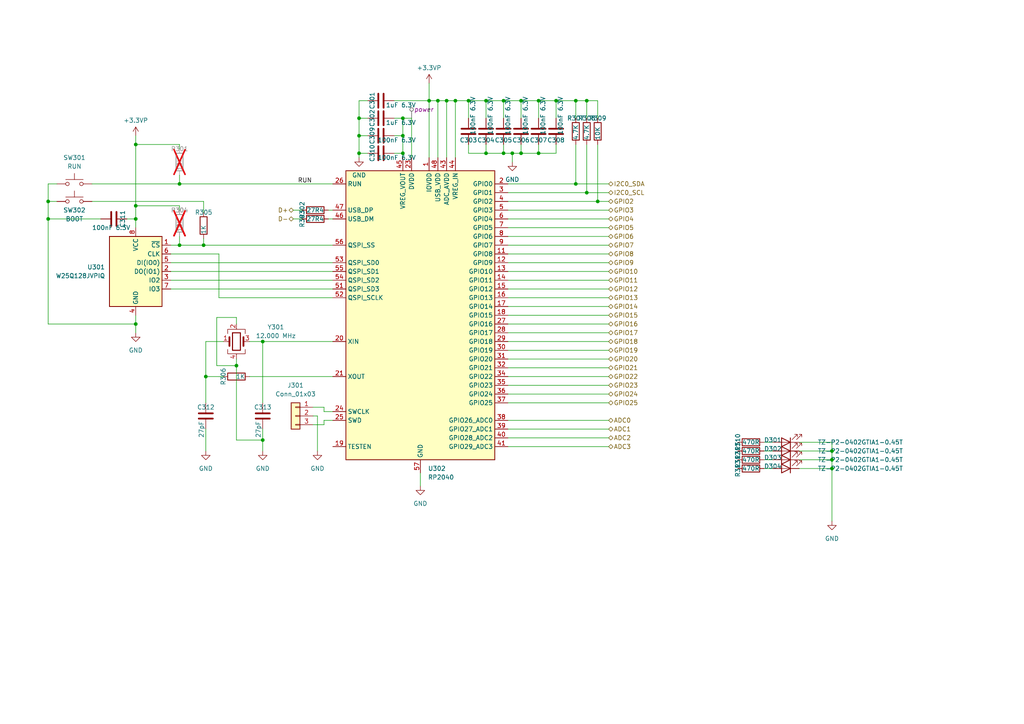
<source format=kicad_sch>
(kicad_sch (version 20230121) (generator eeschema)
  (paper "A4")
  (lib_symbols
    (symbol "Connector_Generic:Conn_01x03" (pin_names (offset 1.016) hide)
      (property "Reference" "J" (at 0 5.08 0))
      (property "Value" "Conn_01x03" (at 0 -5.08 0))
      (symbol "Conn_01x03_1_1"
        (rectangle (start -1.27 -2.413) (end 0 -2.667) (stroke (width 0.1524)))
        (rectangle (start -1.27 0.127) (end 0 -0.127) (stroke (width 0.1524)))
        (rectangle (start -1.27 2.667) (end 0 2.413) (stroke (width 0.1524)))
        (rectangle (start -1.27 3.81) (end 1.27 -3.81) (stroke (width 0.254)) (fill (type background)))
        (pin passive line (at -5.08 2.54 0) (length 3.81) (name "Pin_1") (number "1"))
        (pin passive line (at -5.08 0 0) (length 3.81) (name "Pin_2") (number "2"))
        (pin passive line (at -5.08 -2.54 0) (length 3.81) (name "Pin_3") (number "3"))
      )
    )
    (symbol "Device:C" (pin_numbers hide) (pin_names (offset 0.254))
      (property "Reference" "C" (at 0.635 2.54 0))
      (property "Value" "C" (at 0.635 -2.54 0))
      (symbol "C_0_1"
        (polyline (pts (xy -2.032 -0.762) (xy 2.032 -0.762)) (stroke (width 0.508)))
        (polyline (pts (xy -2.032 0.762) (xy 2.032 0.762)) (stroke (width 0.508)))
      )
      (symbol "C_1_1"
        (pin passive line (at 0 3.81 270) (length 2.794) (name "~") (number "1"))
        (pin passive line (at 0 -3.81 90) (length 2.794) (name "~") (number "2"))
      )
    )
    (symbol "Device:Crystal_GND24" (pin_names (offset 1.016) hide)
      (property "Reference" "Y" (at 3.175 5.08 0))
      (property "Value" "Crystal_GND24" (at 3.175 3.175 0))
      (symbol "Crystal_GND24_0_1"
        (rectangle (start -1.143 2.54) (end 1.143 -2.54) (stroke (width 0.3048)))
        (polyline (pts (xy -2.54 0) (xy -2.032 0)))
        (polyline (pts (xy -2.032 -1.27) (xy -2.032 1.27)) (stroke (width 0.508)))
        (polyline (pts (xy 0 -3.81) (xy 0 -3.556)))
        (polyline (pts (xy 0 3.556) (xy 0 3.81)))
        (polyline (pts (xy 2.032 -1.27) (xy 2.032 1.27)) (stroke (width 0.508)))
        (polyline (pts (xy 2.032 0) (xy 2.54 0)))
        (polyline (pts (xy -2.54 -2.286) (xy -2.54 -3.556) (xy 2.54 -3.556) (xy 2.54 -2.286)))
        (polyline (pts (xy -2.54 2.286) (xy -2.54 3.556) (xy 2.54 3.556) (xy 2.54 2.286)))
      )
      (symbol "Crystal_GND24_1_1"
        (pin passive line (at -3.81 0 0) (length 1.27) (name "1") (number "1"))
        (pin passive line (at 0 5.08 270) (length 1.27) (name "2") (number "2"))
        (pin passive line (at 3.81 0 180) (length 1.27) (name "3") (number "3"))
        (pin passive line (at 0 -5.08 90) (length 1.27) (name "4") (number "4"))
      )
    )
    (symbol "Device:LED" (pin_numbers hide) (pin_names (offset 1.016) hide)
      (property "Reference" "D" (at 0 2.54 0))
      (property "Value" "LED" (at 0 -2.54 0))
      (symbol "LED_0_1"
        (polyline (pts (xy -1.27 -1.27) (xy -1.27 1.27)) (stroke (width 0.254)))
        (polyline (pts (xy -1.27 0) (xy 1.27 0)))
        (polyline (pts (xy 1.27 -1.27) (xy 1.27 1.27) (xy -1.27 0) (xy 1.27 -1.27)) (stroke (width 0.254)))
        (polyline (pts (xy -3.048 -0.762) (xy -4.572 -2.286) (xy -3.81 -2.286) (xy -4.572 -2.286) (xy -4.572 -1.524)))
        (polyline (pts (xy -1.778 -0.762) (xy -3.302 -2.286) (xy -2.54 -2.286) (xy -3.302 -2.286) (xy -3.302 -1.524)))
      )
      (symbol "LED_1_1"
        (pin passive line (at -3.81 0 0) (length 2.54) (name "K") (number "1"))
        (pin passive line (at 3.81 0 180) (length 2.54) (name "A") (number "2"))
      )
    )
    (symbol "Device:R" (pin_numbers hide) (pin_names (offset 0))
      (property "Reference" "R" (at 2.032 0 90))
      (property "Value" "R" (at 0 0 90))
      (symbol "R_0_1"
        (rectangle (start -1.016 -2.54) (end 1.016 2.54) (stroke (width 0.254)))
      )
      (symbol "R_1_1"
        (pin passive line (at 0 3.81 270) (length 1.27) (name "~") (number "1"))
        (pin passive line (at 0 -3.81 90) (length 1.27) (name "~") (number "2"))
      )
    )
    (symbol "MCU_RaspberryPi:RP2040"
      (property "Reference" "U" (at 17.78 45.72 0))
      (property "Value" "RP2040" (at 17.78 43.18 0))
      (symbol "RP2040_0_1"
        (rectangle (start -21.59 41.91) (end 21.59 -41.91) (stroke (width 0.254)) (fill (type background)))
      )
      (symbol "RP2040_1_1"
        (pin power_in line (at 2.54 45.72 270) (length 3.81) (name "IOVDD") (number "1"))
        (pin passive line (at 2.54 45.72 270) (length 3.81) hide (name "IOVDD") (number "10"))
        (pin bidirectional line (at 25.4 17.78 180) (length 3.81) (name "GPIO8") (number "11"))
        (pin bidirectional line (at 25.4 15.24 180) (length 3.81) (name "GPIO9") (number "12"))
        (pin bidirectional line (at 25.4 12.7 180) (length 3.81) (name "GPIO10") (number "13"))
        (pin bidirectional line (at 25.4 10.16 180) (length 3.81) (name "GPIO11") (number "14"))
        (pin bidirectional line (at 25.4 7.62 180) (length 3.81) (name "GPIO12") (number "15"))
        (pin bidirectional line (at 25.4 5.08 180) (length 3.81) (name "GPIO13") (number "16"))
        (pin bidirectional line (at 25.4 2.54 180) (length 3.81) (name "GPIO14") (number "17"))
        (pin bidirectional line (at 25.4 0 180) (length 3.81) (name "GPIO15") (number "18"))
        (pin input line (at -25.4 -38.1 0) (length 3.81) (name "TESTEN") (number "19"))
        (pin bidirectional line (at 25.4 38.1 180) (length 3.81) (name "GPIO0") (number "2"))
        (pin input line (at -25.4 -7.62 0) (length 3.81) (name "XIN") (number "20"))
        (pin passive line (at -25.4 -17.78 0) (length 3.81) (name "XOUT") (number "21"))
        (pin passive line (at 2.54 45.72 270) (length 3.81) hide (name "IOVDD") (number "22"))
        (pin power_in line (at -2.54 45.72 270) (length 3.81) (name "DVDD") (number "23"))
        (pin input line (at -25.4 -27.94 0) (length 3.81) (name "SWCLK") (number "24"))
        (pin bidirectional line (at -25.4 -30.48 0) (length 3.81) (name "SWD") (number "25"))
        (pin input line (at -25.4 38.1 0) (length 3.81) (name "RUN") (number "26"))
        (pin bidirectional line (at 25.4 -2.54 180) (length 3.81) (name "GPIO16") (number "27"))
        (pin bidirectional line (at 25.4 -5.08 180) (length 3.81) (name "GPIO17") (number "28"))
        (pin bidirectional line (at 25.4 -7.62 180) (length 3.81) (name "GPIO18") (number "29"))
        (pin bidirectional line (at 25.4 35.56 180) (length 3.81) (name "GPIO1") (number "3"))
        (pin bidirectional line (at 25.4 -10.16 180) (length 3.81) (name "GPIO19") (number "30"))
        (pin bidirectional line (at 25.4 -12.7 180) (length 3.81) (name "GPIO20") (number "31"))
        (pin bidirectional line (at 25.4 -15.24 180) (length 3.81) (name "GPIO21") (number "32"))
        (pin passive line (at 2.54 45.72 270) (length 3.81) hide (name "IOVDD") (number "33"))
        (pin bidirectional line (at 25.4 -17.78 180) (length 3.81) (name "GPIO22") (number "34"))
        (pin bidirectional line (at 25.4 -20.32 180) (length 3.81) (name "GPIO23") (number "35"))
        (pin bidirectional line (at 25.4 -22.86 180) (length 3.81) (name "GPIO24") (number "36"))
        (pin bidirectional line (at 25.4 -25.4 180) (length 3.81) (name "GPIO25") (number "37"))
        (pin bidirectional line (at 25.4 -30.48 180) (length 3.81) (name "GPIO26_ADC0") (number "38"))
        (pin bidirectional line (at 25.4 -33.02 180) (length 3.81) (name "GPIO27_ADC1") (number "39"))
        (pin bidirectional line (at 25.4 33.02 180) (length 3.81) (name "GPIO2") (number "4"))
        (pin bidirectional line (at 25.4 -35.56 180) (length 3.81) (name "GPIO28_ADC2") (number "40"))
        (pin bidirectional line (at 25.4 -38.1 180) (length 3.81) (name "GPIO29_ADC3") (number "41"))
        (pin passive line (at 2.54 45.72 270) (length 3.81) hide (name "IOVDD") (number "42"))
        (pin power_in line (at 7.62 45.72 270) (length 3.81) (name "ADC_AVDD") (number "43"))
        (pin power_in line (at 10.16 45.72 270) (length 3.81) (name "VREG_IN") (number "44"))
        (pin power_out line (at -5.08 45.72 270) (length 3.81) (name "VREG_VOUT") (number "45"))
        (pin bidirectional line (at -25.4 27.94 0) (length 3.81) (name "USB_DM") (number "46"))
        (pin bidirectional line (at -25.4 30.48 0) (length 3.81) (name "USB_DP") (number "47"))
        (pin power_in line (at 5.08 45.72 270) (length 3.81) (name "USB_VDD") (number "48"))
        (pin passive line (at 2.54 45.72 270) (length 3.81) hide (name "IOVDD") (number "49"))
        (pin bidirectional line (at 25.4 30.48 180) (length 3.81) (name "GPIO3") (number "5"))
        (pin passive line (at -2.54 45.72 270) (length 3.81) hide (name "DVDD") (number "50"))
        (pin bidirectional line (at -25.4 7.62 0) (length 3.81) (name "QSPI_SD3") (number "51"))
        (pin output line (at -25.4 5.08 0) (length 3.81) (name "QSPI_SCLK") (number "52"))
        (pin bidirectional line (at -25.4 15.24 0) (length 3.81) (name "QSPI_SD0") (number "53"))
        (pin bidirectional line (at -25.4 10.16 0) (length 3.81) (name "QSPI_SD2") (number "54"))
        (pin bidirectional line (at -25.4 12.7 0) (length 3.81) (name "QSPI_SD1") (number "55"))
        (pin bidirectional line (at -25.4 20.32 0) (length 3.81) (name "QSPI_SS") (number "56"))
        (pin power_in line (at 0 -45.72 90) (length 3.81) (name "GND") (number "57"))
        (pin bidirectional line (at 25.4 27.94 180) (length 3.81) (name "GPIO4") (number "6"))
        (pin bidirectional line (at 25.4 25.4 180) (length 3.81) (name "GPIO5") (number "7"))
        (pin bidirectional line (at 25.4 22.86 180) (length 3.81) (name "GPIO6") (number "8"))
        (pin bidirectional line (at 25.4 20.32 180) (length 3.81) (name "GPIO7") (number "9"))
      )
    )
    (symbol "Memory_Flash:W25Q128JVS"
      (property "Reference" "U" (at -8.89 8.89 0))
      (property "Value" "W25Q128JVS" (at 7.62 8.89 0))
      (symbol "W25Q128JVS_0_1"
        (rectangle (start -7.62 10.16) (end 7.62 -10.16) (stroke (width 0.254)) (fill (type background)))
      )
      (symbol "W25Q128JVS_1_1"
        (pin input line (at -10.16 7.62 0) (length 2.54) (name "~{CS}") (number "1"))
        (pin bidirectional line (at -10.16 0 0) (length 2.54) (name "DO(IO1)") (number "2"))
        (pin bidirectional line (at -10.16 -2.54 0) (length 2.54) (name "IO2") (number "3"))
        (pin power_in line (at 0 -12.7 90) (length 2.54) (name "GND") (number "4"))
        (pin bidirectional line (at -10.16 2.54 0) (length 2.54) (name "DI(IO0)") (number "5"))
        (pin input line (at -10.16 5.08 0) (length 2.54) (name "CLK") (number "6"))
        (pin bidirectional line (at -10.16 -5.08 0) (length 2.54) (name "IO3") (number "7"))
        (pin power_in line (at 0 12.7 270) (length 2.54) (name "VCC") (number "8"))
      )
    )
    (symbol "Switch:SW_Push" (pin_numbers hide) (pin_names (offset 1.016) hide)
      (property "Reference" "SW" (at 1.27 2.54 0))
      (property "Value" "SW_Push" (at 0 -1.524 0))
      (symbol "SW_Push_0_1"
        (circle (center -2.032 0) (radius 0.508))
        (polyline (pts (xy 0 1.27) (xy 0 3.048)))
        (polyline (pts (xy 2.54 1.27) (xy -2.54 1.27)))
        (circle (center 2.032 0) (radius 0.508))
        (pin passive line (at -5.08 0 0) (length 2.54) (name "1") (number "1"))
        (pin passive line (at 5.08 0 180) (length 2.54) (name "2") (number "2"))
      )
    )
    (symbol "power:+3.3VP" (power) (pin_names (offset 0))
      (property "Value" "+3.3VP" (at 0 2.54 0))
      (symbol "+3.3VP_0_0"
        (pin power_in line (at 0 0 90) (length 0) hide (name "+3.3VP") (number "1"))
      )
      (symbol "+3.3VP_0_1"
        (polyline (pts (xy -0.762 1.27) (xy 0 2.54)))
        (polyline (pts (xy 0 0) (xy 0 2.54)))
        (polyline (pts (xy 0 2.54) (xy 0.762 1.27)))
      )
    )
    (symbol "power:GND" (power) (pin_names (offset 0))
      (property "Value" "GND" (at 0 -3.81 0))
      (symbol "GND_0_1"
        (polyline (pts (xy 0 0) (xy 0 -1.27) (xy 1.27 -1.27) (xy 0 -2.54) (xy -1.27 -1.27) (xy 0 -1.27)))
      )
      (symbol "GND_1_1"
        (pin power_in line (at 0 0 270) (length 0) hide (name "GND") (number "1"))
      )
    )
  )
  (junction (at 13.97 58.42))
  (junction (at 156.21 29.21))
  (junction (at 116.84 34.29))
  (junction (at 146.05 29.21))
  (junction (at 140.97 44.45))
  (junction (at 167.005 53.34))
  (junction (at 116.84 44.45))
  (junction (at 52.07 71.12))
  (junction (at 59.69 109.22))
  (junction (at 132.08 29.21))
  (junction (at 129.54 29.21))
  (junction (at 116.84 39.37))
  (junction (at 39.37 93.98))
  (junction (at 76.2 127.635))
  (junction (at 241.3 133.35))
  (junction (at 104.14 44.45))
  (junction (at 148.59 44.45))
  (junction (at 241.3 135.89))
  (junction (at 68.58 106.045))
  (junction (at 124.46 29.21))
  (junction (at 140.97 29.21))
  (junction (at 170.18 29.21))
  (junction (at 156.21 44.45))
  (junction (at 13.97 63.5))
  (junction (at 104.14 34.29))
  (junction (at 151.13 44.45))
  (junction (at 59.055 71.12))
  (junction (at 39.37 59.69))
  (junction (at 151.13 29.21))
  (junction (at 76.2 99.06))
  (junction (at 167.005 29.21))
  (junction (at 39.37 41.91))
  (junction (at 127 29.21))
  (junction (at 52.07 53.34))
  (junction (at 135.89 29.21))
  (junction (at 146.05 44.45))
  (junction (at 241.3 130.81))
  (junction (at 170.18 55.88))
  (junction (at 104.14 39.37))
  (junction (at 39.37 63.5))
  (junction (at 173.355 58.42))
  (junction (at 161.29 29.21))
  (wire (pts (xy 140.97 29.21) (xy 146.05 29.21)))
  (wire (pts (xy 147.32 96.52) (xy 176.53 96.52)))
  (wire (pts (xy 104.14 34.29) (xy 104.14 39.37)))
  (wire (pts (xy 129.54 29.21) (xy 127 29.21)))
  (wire (pts (xy 59.69 124.46) (xy 59.69 130.81)))
  (wire (pts (xy 231.775 128.27) (xy 241.3 128.27)))
  (wire (pts (xy 132.08 29.21) (xy 129.54 29.21)))
  (wire (pts (xy 52.07 71.12) (xy 59.055 71.12)))
  (wire (pts (xy 147.32 53.34) (xy 167.005 53.34)))
  (wire (pts (xy 52.07 60.96) (xy 52.07 59.69)))
  (wire (pts (xy 221.615 128.27) (xy 224.155 128.27)))
  (wire (pts (xy 147.32 129.54) (xy 176.53 129.54)))
  (wire (pts (xy 241.3 135.89) (xy 241.3 151.13)))
  (wire (pts (xy 116.84 44.45) (xy 116.84 39.37)))
  (wire (pts (xy 151.13 41.91) (xy 151.13 44.45)))
  (wire (pts (xy 52.07 59.69) (xy 39.37 59.69)))
  (wire (pts (xy 63.5 86.36) (xy 96.52 86.36)))
  (wire (pts (xy 146.05 44.45) (xy 148.59 44.45)))
  (wire (pts (xy 93.98 123.19) (xy 90.805 123.19)))
  (wire (pts (xy 170.18 34.29) (xy 170.18 29.21)))
  (wire (pts (xy 116.84 45.72) (xy 116.84 44.45)))
  (wire (pts (xy 85.09 60.96) (xy 87.63 60.96)))
  (wire (pts (xy 104.14 29.21) (xy 104.14 34.29)))
  (wire (pts (xy 241.3 133.35) (xy 241.3 135.89)))
  (wire (pts (xy 147.32 78.74) (xy 176.53 78.74)))
  (wire (pts (xy 121.92 137.16) (xy 121.92 140.97)))
  (wire (pts (xy 147.32 73.66) (xy 176.53 73.66)))
  (wire (pts (xy 161.29 44.45) (xy 161.29 41.91)))
  (wire (pts (xy 173.355 58.42) (xy 176.53 58.42)))
  (wire (pts (xy 146.05 29.21) (xy 151.13 29.21)))
  (wire (pts (xy 93.98 118.11) (xy 93.98 119.38)))
  (wire (pts (xy 124.46 24.13) (xy 124.46 29.21)))
  (wire (pts (xy 156.21 29.21) (xy 156.21 34.29)))
  (wire (pts (xy 59.69 109.22) (xy 59.69 116.84)))
  (wire (pts (xy 147.32 76.2) (xy 176.53 76.2)))
  (wire (pts (xy 173.355 29.21) (xy 170.18 29.21)))
  (wire (pts (xy 147.32 60.96) (xy 176.53 60.96)))
  (wire (pts (xy 68.58 104.14) (xy 68.58 106.045)))
  (wire (pts (xy 135.89 41.91) (xy 135.89 44.45)))
  (wire (pts (xy 147.32 116.84) (xy 176.53 116.84)))
  (wire (pts (xy 96.52 121.92) (xy 93.98 121.92)))
  (wire (pts (xy 161.29 29.21) (xy 161.29 34.29)))
  (wire (pts (xy 49.53 71.12) (xy 52.07 71.12)))
  (wire (pts (xy 147.32 71.12) (xy 176.53 71.12)))
  (wire (pts (xy 52.07 53.34) (xy 96.52 53.34)))
  (wire (pts (xy 68.58 106.045) (xy 68.58 127.635)))
  (wire (pts (xy 63.5 73.66) (xy 63.5 86.36)))
  (wire (pts (xy 59.055 69.215) (xy 59.055 71.12)))
  (wire (pts (xy 147.32 63.5) (xy 176.53 63.5)))
  (wire (pts (xy 114.3 39.37) (xy 116.84 39.37)))
  (wire (pts (xy 49.53 76.2) (xy 96.52 76.2)))
  (wire (pts (xy 147.32 99.06) (xy 176.53 99.06)))
  (wire (pts (xy 140.97 41.91) (xy 140.97 44.45)))
  (wire (pts (xy 39.37 41.91) (xy 39.37 59.69)))
  (wire (pts (xy 147.32 88.9) (xy 176.53 88.9)))
  (wire (pts (xy 85.09 63.5) (xy 87.63 63.5)))
  (wire (pts (xy 148.59 44.45) (xy 151.13 44.45)))
  (wire (pts (xy 90.805 118.11) (xy 93.98 118.11)))
  (wire (pts (xy 147.32 81.28) (xy 176.53 81.28)))
  (wire (pts (xy 59.055 71.12) (xy 96.52 71.12)))
  (wire (pts (xy 167.005 34.29) (xy 167.005 29.21)))
  (wire (pts (xy 104.14 44.45) (xy 104.14 45.72)))
  (wire (pts (xy 146.05 29.21) (xy 146.05 34.29)))
  (wire (pts (xy 129.54 29.21) (xy 129.54 45.72)))
  (wire (pts (xy 147.32 114.3) (xy 176.53 114.3)))
  (wire (pts (xy 62.865 106.045) (xy 68.58 106.045)))
  (wire (pts (xy 52.07 68.58) (xy 52.07 71.12)))
  (wire (pts (xy 147.32 109.22) (xy 176.53 109.22)))
  (wire (pts (xy 231.775 135.89) (xy 241.3 135.89)))
  (wire (pts (xy 173.355 41.91) (xy 173.355 58.42)))
  (wire (pts (xy 93.98 119.38) (xy 96.52 119.38)))
  (wire (pts (xy 76.2 127.635) (xy 76.2 130.81)))
  (wire (pts (xy 116.84 39.37) (xy 116.84 34.29)))
  (wire (pts (xy 106.68 29.21) (xy 104.14 29.21)))
  (wire (pts (xy 135.89 29.21) (xy 140.97 29.21)))
  (wire (pts (xy 156.21 44.45) (xy 161.29 44.45)))
  (wire (pts (xy 52.07 43.18) (xy 52.07 41.91)))
  (wire (pts (xy 156.21 29.21) (xy 161.29 29.21)))
  (wire (pts (xy 26.67 53.34) (xy 52.07 53.34)))
  (wire (pts (xy 147.32 93.98) (xy 176.53 93.98)))
  (wire (pts (xy 167.005 53.34) (xy 176.53 53.34)))
  (wire (pts (xy 52.07 50.8) (xy 52.07 53.34)))
  (wire (pts (xy 64.77 109.22) (xy 59.69 109.22)))
  (wire (pts (xy 146.05 41.91) (xy 146.05 44.45)))
  (wire (pts (xy 151.13 44.45) (xy 156.21 44.45)))
  (wire (pts (xy 13.97 58.42) (xy 16.51 58.42)))
  (wire (pts (xy 241.3 128.27) (xy 241.3 130.81)))
  (wire (pts (xy 13.97 93.98) (xy 39.37 93.98)))
  (wire (pts (xy 68.58 127.635) (xy 76.2 127.635)))
  (wire (pts (xy 167.005 41.91) (xy 167.005 53.34)))
  (wire (pts (xy 147.32 106.68) (xy 176.53 106.68)))
  (wire (pts (xy 135.89 29.21) (xy 135.89 34.29)))
  (wire (pts (xy 68.58 92.075) (xy 62.865 92.075)))
  (wire (pts (xy 39.37 59.69) (xy 39.37 63.5)))
  (wire (pts (xy 49.53 83.82) (xy 96.52 83.82)))
  (wire (pts (xy 49.53 73.66) (xy 63.5 73.66)))
  (wire (pts (xy 132.08 45.72) (xy 132.08 29.21)))
  (wire (pts (xy 147.32 127) (xy 176.53 127)))
  (wire (pts (xy 26.67 58.42) (xy 59.055 58.42)))
  (wire (pts (xy 147.32 58.42) (xy 173.355 58.42)))
  (wire (pts (xy 231.775 130.81) (xy 241.3 130.81)))
  (wire (pts (xy 241.3 130.81) (xy 241.3 133.35)))
  (wire (pts (xy 92.075 120.65) (xy 92.075 130.81)))
  (wire (pts (xy 147.32 66.04) (xy 176.53 66.04)))
  (wire (pts (xy 90.805 120.65) (xy 92.075 120.65)))
  (wire (pts (xy 39.37 63.5) (xy 39.37 66.04)))
  (wire (pts (xy 170.18 29.21) (xy 167.005 29.21)))
  (wire (pts (xy 147.32 121.92) (xy 176.53 121.92)))
  (wire (pts (xy 124.46 29.21) (xy 124.46 45.72)))
  (wire (pts (xy 135.89 44.45) (xy 140.97 44.45)))
  (wire (pts (xy 49.53 78.74) (xy 96.52 78.74)))
  (wire (pts (xy 39.37 39.37) (xy 39.37 41.91)))
  (wire (pts (xy 95.25 60.96) (xy 96.52 60.96)))
  (wire (pts (xy 52.07 41.91) (xy 39.37 41.91)))
  (wire (pts (xy 95.25 63.5) (xy 96.52 63.5)))
  (wire (pts (xy 132.08 29.21) (xy 135.89 29.21)))
  (wire (pts (xy 49.53 81.28) (xy 96.52 81.28)))
  (wire (pts (xy 147.32 124.46) (xy 176.53 124.46)))
  (wire (pts (xy 72.39 99.06) (xy 76.2 99.06)))
  (wire (pts (xy 72.39 109.22) (xy 96.52 109.22)))
  (wire (pts (xy 13.97 58.42) (xy 13.97 63.5)))
  (wire (pts (xy 156.21 41.91) (xy 156.21 44.45)))
  (wire (pts (xy 147.32 55.88) (xy 170.18 55.88)))
  (wire (pts (xy 104.14 34.29) (xy 106.68 34.29)))
  (wire (pts (xy 62.865 92.075) (xy 62.865 106.045)))
  (wire (pts (xy 114.3 34.29) (xy 116.84 34.29)))
  (wire (pts (xy 147.32 86.36) (xy 176.53 86.36)))
  (wire (pts (xy 221.615 133.35) (xy 224.155 133.35)))
  (wire (pts (xy 104.14 44.45) (xy 106.68 44.45)))
  (wire (pts (xy 148.59 44.45) (xy 148.59 46.99)))
  (wire (pts (xy 147.32 104.14) (xy 176.53 104.14)))
  (wire (pts (xy 59.69 99.06) (xy 64.77 99.06)))
  (wire (pts (xy 76.2 99.06) (xy 76.2 116.84)))
  (wire (pts (xy 59.055 58.42) (xy 59.055 61.595)))
  (wire (pts (xy 140.97 29.21) (xy 140.97 34.29)))
  (wire (pts (xy 147.32 83.82) (xy 176.53 83.82)))
  (wire (pts (xy 170.18 55.88) (xy 176.53 55.88)))
  (wire (pts (xy 119.38 34.29) (xy 119.38 45.72)))
  (wire (pts (xy 127 29.21) (xy 127 45.72)))
  (wire (pts (xy 39.37 91.44) (xy 39.37 93.98)))
  (wire (pts (xy 59.69 109.22) (xy 59.69 99.06)))
  (wire (pts (xy 147.32 91.44) (xy 176.53 91.44)))
  (wire (pts (xy 231.775 133.35) (xy 241.3 133.35)))
  (wire (pts (xy 221.615 135.89) (xy 224.155 135.89)))
  (wire (pts (xy 104.14 39.37) (xy 104.14 44.45)))
  (wire (pts (xy 167.005 29.21) (xy 161.29 29.21)))
  (wire (pts (xy 147.32 68.58) (xy 176.53 68.58)))
  (wire (pts (xy 68.58 93.98) (xy 68.58 92.075)))
  (wire (pts (xy 13.97 53.34) (xy 13.97 58.42)))
  (wire (pts (xy 127 29.21) (xy 124.46 29.21)))
  (wire (pts (xy 93.98 121.92) (xy 93.98 123.19)))
  (wire (pts (xy 151.13 29.21) (xy 156.21 29.21)))
  (wire (pts (xy 147.32 101.6) (xy 176.53 101.6)))
  (wire (pts (xy 221.615 130.81) (xy 224.155 130.81)))
  (wire (pts (xy 114.3 29.21) (xy 124.46 29.21)))
  (wire (pts (xy 114.3 44.45) (xy 116.84 44.45)))
  (wire (pts (xy 76.2 124.46) (xy 76.2 127.635)))
  (wire (pts (xy 16.51 53.34) (xy 13.97 53.34)))
  (wire (pts (xy 116.84 34.29) (xy 119.38 34.29)))
  (wire (pts (xy 39.37 93.98) (xy 39.37 96.52)))
  (wire (pts (xy 151.13 29.21) (xy 151.13 34.29)))
  (wire (pts (xy 170.18 41.91) (xy 170.18 55.88)))
  (wire (pts (xy 36.83 63.5) (xy 39.37 63.5)))
  (wire (pts (xy 140.97 44.45) (xy 146.05 44.45)))
  (wire (pts (xy 173.355 34.29) (xy 173.355 29.21)))
  (wire (pts (xy 13.97 63.5) (xy 29.21 63.5)))
  (wire (pts (xy 13.97 63.5) (xy 13.97 93.98)))
  (wire (pts (xy 104.14 39.37) (xy 106.68 39.37)))
  (wire (pts (xy 147.32 111.76) (xy 176.53 111.76)))
  (wire (pts (xy 76.2 99.06) (xy 96.52 99.06)))
  (label "RUN" (at 86.36 53.34 0))
  (hierarchical_label "GPIO10" (shape bidirectional) (at 176.53 78.74 0))
  (hierarchical_label "GPIO4" (shape bidirectional) (at 176.53 63.5 0))
  (hierarchical_label "I2C0_SDA" (shape bidirectional) (at 176.53 53.34 0))
  (hierarchical_label "ADC1" (shape bidirectional) (at 176.53 124.46 0))
  (hierarchical_label "GPIO17" (shape bidirectional) (at 176.53 96.52 0))
  (hierarchical_label "GPIO24" (shape bidirectional) (at 176.53 114.3 0))
  (hierarchical_label "GPIO20" (shape bidirectional) (at 176.53 104.14 0))
  (hierarchical_label "GPIO22" (shape bidirectional) (at 176.53 109.22 0))
  (hierarchical_label "GPIO13" (shape bidirectional) (at 176.53 86.36 0))
  (hierarchical_label "GPIO19" (shape bidirectional) (at 176.53 101.6 0))
  (hierarchical_label "ADC3" (shape bidirectional) (at 176.53 129.54 0))
  (hierarchical_label "GPIO18" (shape bidirectional) (at 176.53 99.06 0))
  (hierarchical_label "ADC0" (shape bidirectional) (at 176.53 121.92 0))
  (hierarchical_label "GPIO6" (shape bidirectional) (at 176.53 68.58 0))
  (hierarchical_label "GPIO21" (shape bidirectional) (at 176.53 106.68 0))
  (hierarchical_label "GPIO7" (shape bidirectional) (at 176.53 71.12 0))
  (hierarchical_label "GPIO14" (shape bidirectional) (at 176.53 88.9 0))
  (hierarchical_label "GPIO8" (shape bidirectional) (at 176.53 73.66 0))
  (hierarchical_label "ADC2" (shape bidirectional) (at 176.53 127 0))
  (hierarchical_label "D+" (shape bidirectional) (at 85.09 60.96 180))
  (hierarchical_label "GPIO16" (shape bidirectional) (at 176.53 93.98 0))
  (hierarchical_label "GPIO23" (shape bidirectional) (at 176.53 111.76 0))
  (hierarchical_label "GPIO15" (shape bidirectional) (at 176.53 91.44 0))
  (hierarchical_label "GPIO25" (shape bidirectional) (at 176.53 116.84 0))
  (hierarchical_label "GPIO11" (shape bidirectional) (at 176.53 81.28 0))
  (hierarchical_label "GPIO2" (shape bidirectional) (at 176.53 58.42 0))
  (hierarchical_label "GPIO9" (shape bidirectional) (at 176.53 76.2 0))
  (hierarchical_label "GPIO5" (shape bidirectional) (at 176.53 66.04 0))
  (hierarchical_label "I2C0_SCL" (shape bidirectional) (at 176.53 55.88 0))
  (hierarchical_label "GPIO3" (shape bidirectional) (at 176.53 60.96 0))
  (hierarchical_label "D-" (shape bidirectional) (at 85.09 63.5 180))
  (hierarchical_label "GPIO12" (shape bidirectional) (at 176.53 83.82 0))
  (netclass_flag "" (length 2.54) (shape round) (at 119.38 34.29 0) (property "Netclass" "power" (at 120.0785 31.75 0) (effects (font italic) (justify left))))
  (symbol (lib_id "Device:R") (at 217.805 128.27 90) (unit 1)
    (property "Reference" "R310" (at 213.995 130.81 0) (effects (justify left)))
    (property "Value" "470R" (at 220.345 128.27 90) (effects (justify left)))
    (property "Footprint" "Resistor_SMD:R_0201_0603Metric" (effects hide))
    (instances (project "USB-C-FUSB302-PI" (path "" (reference "R310") (unit 1))) (project "USB-C-SWITCH" (path "" (reference "R510") (unit 1))) (project "usb-c-rp2040" (path "" (reference "R3") (unit 1)) (path "" (reference "R25") (unit 1))))
  )
  (symbol (lib_id "Device:R") (at 217.805 130.81 90) (unit 1)
    (property "Reference" "R311" (at 213.995 133.35 0) (effects (justify left)))
    (property "Value" "470R" (at 220.345 130.81 90) (effects (justify left)))
    (property "Footprint" "Resistor_SMD:R_0201_0603Metric" (effects hide))
    (instances (project "USB-C-FUSB302-PI" (path "" (reference "R311") (unit 1))) (project "USB-C-SWITCH" (path "" (reference "R511") (unit 1))) (project "usb-c-rp2040" (path "" (reference "R3") (unit 1)) (path "" (reference "R25") (unit 1))))
  )
  (symbol (lib_id "Device:R") (at 167.005 38.1 0) (unit 1)
    (property "Reference" "R307" (at 164.465 34.29 0) (effects (justify left)))
    (property "Value" "4.7K" (at 167.005 40.64 90) (effects (justify left)))
    (property "Footprint" "Resistor_SMD:R_0201_0603Metric" (effects hide))
    (instances (project "USB-C-FUSB302-PI" (path "" (reference "R307") (unit 1))) (project "USB-C-SWITCH" (path "" (reference "R501") (unit 1))) (project "usb-c-rp2040" (path "" (reference "R3") (unit 1)) (path "" (reference "R24") (unit 1))))
  )
  (symbol (lib_id "Device:R") (at 91.44 60.96 90) (unit 1)
    (property "Reference" "R302" (at 87.63 63.5 0) (effects (justify left)))
    (property "Value" "27R4" (at 93.98 60.96 90) (effects (justify left)))
    (property "Footprint" "Resistor_SMD:R_0201_0603Metric" (effects hide))
    (instances (project "USB-C-FUSB302-PI" (path "" (reference "R302") (unit 1))) (project "USB-C-SWITCH" (path "" (reference "R505") (unit 1))) (project "usb-c-rp2040" (path "" (reference "R3") (unit 1)) (path "" (reference "R8") (unit 1))))
  )
  (symbol (lib_id "Switch:SW_Push") (at 21.59 58.42 0) (unit 1)
    (property "Reference" "SW302" (at 21.59 60.96 0))
    (property "Value" "BOOT" (at 21.59 63.5 0))
    (property "Footprint" "Button_Switch_SMD:SW_SPST_Panasonic_EVQPL_3PL_5PL_PT_A15" (effects hide))
    (property "Part" "EVQPLDA15" (effects hide))
    (instances (project "USB-C-FUSB302-PI" (path "" (reference "SW302") (unit 1))) (project "USB-C-SWITCH" (path "" (reference "SW502") (unit 1))) (project "usb-c-rp2040" (path "" (reference "SW1") (unit 1))))
  )
  (symbol (lib_id "Device:C") (at 156.21 38.1 180) (unit 1)
    (property "Reference" "C307" (at 158.75 40.64 0) (effects (justify left)))
    (property "Value" "100nF 6.3V" (at 157.48 27.94 90) (effects (justify left)))
    (property "Footprint" "Capacitor_SMD:C_0201_0603Metric" (effects hide))
    (instances (project "USB-C-FUSB302-PI" (path "" (reference "C307") (unit 1))) (project "USB-C-SWITCH" (path "" (reference "C507") (unit 1))) (project "usb-c-rp2040" (path "" (reference "C11") (unit 1)) (path "" (reference "C30") (unit 1))))
  )
  (symbol (lib_id "Device:R") (at 217.805 133.35 90) (unit 1)
    (property "Reference" "R312" (at 213.995 135.89 0) (effects (justify left)))
    (property "Value" "470R" (at 220.345 133.35 90) (effects (justify left)))
    (property "Footprint" "Resistor_SMD:R_0201_0603Metric" (effects hide))
    (instances (project "USB-C-FUSB302-PI" (path "" (reference "R312") (unit 1))) (project "USB-C-SWITCH" (path "" (reference "R512") (unit 1))) (project "usb-c-rp2040" (path "" (reference "R3") (unit 1)) (path "" (reference "R25") (unit 1))))
  )
  (symbol (lib_id "Device:LED") (at 227.965 133.35 180) (unit 1)
    (property "Reference" "D303" (at 224.155 132.715 0))
    (property "Value" "TZ-P2-0402GTIA1-0.45T" (at 249.555 133.35 0))
    (property "Footprint" "LED_SMD:LED_0402_1005Metric" (effects hide))
    (instances (project "USB-C-FUSB302-PI" (path "" (reference "D303") (unit 1))) (project "USB-C-SWITCH" (path "" (reference "D503") (unit 1))))
  )
  (symbol (lib_id "power:GND") (at 59.69 130.81 0) (unit 1)
    (property "Reference" "#PWR0306" (effects hide))
    (property "Value" "GND" (at 59.69 135.89 0))
    (instances (project "USB-C-FUSB302-PI" (path "" (reference "#PWR0306") (unit 1))) (project "USB-C-SWITCH" (path "" (reference "#PWR0506") (unit 1))) (project "usb-c-rp2040" (path "" (reference "#PWR027") (unit 1))))
  )
  (symbol (lib_id "Device:C") (at 110.49 44.45 90) (unit 1)
    (property "Reference" "C310" (at 107.95 46.99 0) (effects (justify left)))
    (property "Value" "100nF 6.3V" (at 120.65 45.72 90) (effects (justify left)))
    (property "Footprint" "Capacitor_SMD:C_0201_0603Metric" (effects hide))
    (instances (project "USB-C-FUSB302-PI" (path "" (reference "C310") (unit 1))) (project "USB-C-SWITCH" (path "" (reference "C510") (unit 1))) (project "usb-c-rp2040" (path "" (reference "C11") (unit 1)) (path "" (reference "C25") (unit 1))))
  )
  (symbol (lib_id "Device:C") (at 161.29 38.1 180) (unit 1)
    (property "Reference" "C308" (at 163.83 40.64 0) (effects (justify left)))
    (property "Value" "100nF 6.3V" (at 162.56 27.94 90) (effects (justify left)))
    (property "Footprint" "Capacitor_SMD:C_0201_0603Metric" (effects hide))
    (instances (project "USB-C-FUSB302-PI" (path "" (reference "C308") (unit 1))) (project "USB-C-SWITCH" (path "" (reference "C508") (unit 1))) (project "usb-c-rp2040" (path "" (reference "C11") (unit 1)) (path "" (reference "C31") (unit 1))))
  )
  (symbol (lib_id "Device:R") (at 173.355 38.1 0) (unit 1)
    (property "Reference" "R309" (at 170.815 34.29 0) (effects (justify left)))
    (property "Value" "10K" (at 173.355 40.64 90) (effects (justify left)))
    (property "Footprint" "Resistor_SMD:R_0201_0603Metric" (effects hide))
    (instances (project "USB-C-FUSB302-PI" (path "" (reference "R309") (unit 1))) (project "USB-C-SWITCH" (path "" (reference "R503") (unit 1))) (project "usb-c-rp2040" (path "" (reference "R3") (unit 1)) (path "" (reference "R24") (unit 1))))
  )
  (symbol (lib_id "Device:LED") (at 227.965 135.89 180) (unit 1)
    (property "Reference" "D304" (at 224.155 135.255 0))
    (property "Value" "TZ-P2-0402GTIA1-0.45T" (at 249.555 135.89 0))
    (property "Footprint" "LED_SMD:LED_0402_1005Metric" (effects hide))
    (instances (project "USB-C-FUSB302-PI" (path "" (reference "D304") (unit 1))) (project "USB-C-SWITCH" (path "" (reference "D504") (unit 1))))
  )
  (symbol (lib_id "Memory_Flash:W25Q128JVS") (at 39.37 78.74 0) (mirror y) (unit 1)
    (property "Reference" "U301" (at 30.48 77.47 0) (effects (justify left)))
    (property "Value" "W25Q128JVPIQ" (at 30.48 80.01 0) (effects (justify left)))
    (property "Footprint" "Package_SON:WSON-8-1EP_6x5mm_P1.27mm_EP3.4x4.3mm" (effects hide))
    (property "Datasheet" "http://www.winbond.com/resource-files/w25q128jv_dtr%20revc%2003272018%20plus.pdf" (effects hide))
    (instances (project "USB-C-FUSB302-PI" (path "" (reference "U301") (unit 1))) (project "USB-C-SWITCH" (path "" (reference "U501") (unit 1))) (project "usb-c-rp2040" (path "" (reference "U5") (unit 1))))
  )
  (symbol (lib_id "Device:C") (at 110.49 39.37 90) (unit 1)
    (property "Reference" "C309" (at 107.95 41.91 0) (effects (justify left)))
    (property "Value" "100nF 6.3V" (at 120.65 40.64 90) (effects (justify left)))
    (property "Footprint" "Capacitor_SMD:C_0201_0603Metric" (effects hide))
    (instances (project "USB-C-FUSB302-PI" (path "" (reference "C309") (unit 1))) (project "USB-C-SWITCH" (path "" (reference "C509") (unit 1))) (project "usb-c-rp2040" (path "" (reference "C11") (unit 1)) (path "" (reference "C24") (unit 1))))
  )
  (symbol (lib_id "Device:LED") (at 227.965 128.27 180) (unit 1)
    (property "Reference" "D301" (at 224.155 127.635 0))
    (property "Value" "TZ-P2-0402GTIA1-0.45T" (at 249.555 128.27 0))
    (property "Footprint" "LED_SMD:LED_0402_1005Metric" (effects hide))
    (instances (project "USB-C-FUSB302-PI" (path "" (reference "D301") (unit 1))) (project "USB-C-SWITCH" (path "" (reference "D501") (unit 1))))
  )
  (symbol (lib_id "Device:R") (at 91.44 63.5 90) (unit 1)
    (property "Reference" "R303" (at 87.63 66.04 0) (effects (justify left)))
    (property "Value" "27R4" (at 93.98 63.5 90) (effects (justify left)))
    (property "Footprint" "Resistor_SMD:R_0201_0603Metric" (effects hide))
    (instances (project "USB-C-FUSB302-PI" (path "" (reference "R303") (unit 1))) (project "USB-C-SWITCH" (path "" (reference "R506") (unit 1))) (project "usb-c-rp2040" (path "" (reference "R3") (unit 1)) (path "" (reference "R9") (unit 1))))
  )
  (symbol (lib_id "Device:R") (at 59.055 65.405 0) (unit 1)
    (property "Reference" "R305" (at 56.515 61.595 0) (effects (justify left)))
    (property "Value" "1K" (at 59.055 67.945 90) (effects (justify left)))
    (property "Footprint" "Resistor_SMD:R_0201_0603Metric" (effects hide))
    (instances (project "USB-C-FUSB302-PI" (path "" (reference "R305") (unit 1))) (project "USB-C-SWITCH" (path "" (reference "R508") (unit 1))) (project "usb-c-rp2040" (path "" (reference "R3") (unit 1)) (path "" (reference "R23") (unit 1))))
  )
  (symbol (lib_id "Device:R") (at 217.805 135.89 90) (unit 1)
    (property "Reference" "R313" (at 213.995 138.43 0) (effects (justify left)))
    (property "Value" "470R" (at 220.345 135.89 90) (effects (justify left)))
    (property "Footprint" "Resistor_SMD:R_0201_0603Metric" (effects hide))
    (instances (project "USB-C-FUSB302-PI" (path "" (reference "R313") (unit 1))) (project "USB-C-SWITCH" (path "" (reference "R513") (unit 1))) (project "usb-c-rp2040" (path "" (reference "R3") (unit 1)) (path "" (reference "R25") (unit 1))))
  )
  (symbol (lib_id "Device:R") (at 52.07 64.77 0) (unit 1) (dnp yes)
    (property "Reference" "R304" (at 49.53 60.96 0) (effects (justify left)))
    (property "Value" "10K" (at 52.07 67.31 90) (effects (justify left)))
    (property "Footprint" "Resistor_SMD:R_0201_0603Metric" (effects hide))
    (instances (project "USB-C-FUSB302-PI" (path "" (reference "R304") (unit 1))) (project "USB-C-SWITCH" (path "" (reference "R507") (unit 1))) (project "usb-c-rp2040" (path "" (reference "R3") (unit 1)) (path "" (reference "R22") (unit 1))))
  )
  (symbol (lib_id "power:+3.3VP") (at 39.37 39.37 0) (unit 1)
    (property "Reference" "#PWR0405" (effects hide))
    (property "Value" "+3.3VP" (at 39.37 34.925 0))
    (instances (project "USB-C-SWITCH" (path "" (reference "#PWR0405") (unit 1)) (path "" (reference "#PWR0502") (unit 1))))
  )
  (symbol (lib_id "power:GND") (at 39.37 96.52 0) (unit 1)
    (property "Reference" "#PWR0305" (effects hide))
    (property "Value" "GND" (at 39.37 101.6 0))
    (instances (project "USB-C-FUSB302-PI" (path "" (reference "#PWR0305") (unit 1))) (project "USB-C-SWITCH" (path "" (reference "#PWR0505") (unit 1))) (project "usb-c-rp2040" (path "" (reference "#PWR026") (unit 1))))
  )
  (symbol (lib_id "power:GND") (at 121.92 140.97 0) (unit 1)
    (property "Reference" "#PWR0308" (effects hide))
    (property "Value" "GND" (at 121.92 146.05 0))
    (instances (project "USB-C-FUSB302-PI" (path "" (reference "#PWR0308") (unit 1))) (project "USB-C-SWITCH" (path "" (reference "#PWR0509") (unit 1))) (project "usb-c-rp2040" (path "" (reference "#PWR010") (unit 1))))
  )
  (symbol (lib_id "Device:LED") (at 227.965 130.81 180) (unit 1)
    (property "Reference" "D302" (at 224.155 130.175 0))
    (property "Value" "TZ-P2-0402GTIA1-0.45T" (at 249.555 130.81 0))
    (property "Footprint" "LED_SMD:LED_0402_1005Metric" (effects hide))
    (instances (project "USB-C-FUSB302-PI" (path "" (reference "D302") (unit 1))) (project "USB-C-SWITCH" (path "" (reference "D502") (unit 1))))
  )
  (symbol (lib_id "power:GND") (at 241.3 151.13 0) (unit 1)
    (property "Reference" "#PWR0309" (effects hide))
    (property "Value" "GND" (at 241.3 156.21 0))
    (instances (project "USB-C-FUSB302-PI" (path "" (reference "#PWR0309") (unit 1))) (project "USB-C-SWITCH" (path "" (reference "#PWR0510") (unit 1))) (project "usb-c-rp2040" (path "" (reference "#PWR012") (unit 1))))
  )
  (symbol (lib_id "MCU_RaspberryPi:RP2040") (at 121.92 91.44 0) (unit 1)
    (property "Reference" "U302" (at 124.1141 135.89 0) (effects (justify left)))
    (property "Value" "RP2040" (at 124.1141 138.43 0) (effects (justify left)))
    (property "Footprint" "Package_DFN_QFN:QFN-56-1EP_7x7mm_P0.4mm_EP3.2x3.2mm" (effects hide))
    (property "Datasheet" "https://datasheets.raspberrypi.com/rp2040/rp2040-datasheet.pdf" (effects hide))
    (instances (project "USB-C-FUSB302-PI" (path "" (reference "U302") (unit 1))) (project "USB-C-SWITCH" (path "" (reference "U502") (unit 1))) (project "usb-c-rp2040" (path "" (reference "U3") (unit 1))))
  )
  (symbol (lib_id "Device:C") (at 76.2 120.65 0) (unit 1)
    (property "Reference" "C313" (at 73.66 118.11 0) (effects (justify left)))
    (property "Value" "27pF" (at 74.93 127 90) (effects (justify left)))
    (property "Footprint" "Capacitor_SMD:C_0201_0603Metric" (effects hide))
    (instances (project "USB-C-FUSB302-PI" (path "" (reference "C313") (unit 1))) (project "USB-C-SWITCH" (path "" (reference "C513") (unit 1))) (project "usb-c-rp2040" (path "" (reference "C11") (unit 1)) (path "" (reference "C39") (unit 1))))
  )
  (symbol (lib_id "Device:C") (at 33.02 63.5 270) (unit 1)
    (property "Reference" "C311" (at 35.56 60.96 0) (effects (justify left)))
    (property "Value" "100nF 6.3V" (at 26.67 66.04 90) (effects (justify left)))
    (property "Footprint" "Capacitor_SMD:C_0201_0603Metric" (effects hide))
    (instances (project "USB-C-FUSB302-PI" (path "" (reference "C311") (unit 1))) (project "USB-C-SWITCH" (path "" (reference "C511") (unit 1))) (project "usb-c-rp2040" (path "" (reference "C11") (unit 1)) (path "" (reference "C37") (unit 1))))
  )
  (symbol (lib_id "Connector_Generic:Conn_01x03") (at 85.725 120.65 0) (mirror y) (unit 1)
    (property "Reference" "J301" (at 85.725 111.76 0))
    (property "Value" "Conn_01x03" (at 85.725 114.3 0))
    (property "Footprint" "Connector_PinHeader_2.54mm:PinHeader_1x03_P2.54mm_Vertical" (effects hide))
    (instances (project "USB-C-FUSB302-PI" (path "" (reference "J301") (unit 1))) (project "USB-C-SWITCH" (path "" (reference "J501") (unit 1))))
  )
  (symbol (lib_id "Device:C") (at 151.13 38.1 180) (unit 1)
    (property "Reference" "C306" (at 153.67 40.64 0) (effects (justify left)))
    (property "Value" "100nF 6.3V" (at 152.4 27.94 90) (effects (justify left)))
    (property "Footprint" "Capacitor_SMD:C_0201_0603Metric" (effects hide))
    (instances (project "USB-C-FUSB302-PI" (path "" (reference "C306") (unit 1))) (project "USB-C-SWITCH" (path "" (reference "C506") (unit 1))) (project "usb-c-rp2040" (path "" (reference "C11") (unit 1)) (path "" (reference "C29") (unit 1))))
  )
  (symbol (lib_id "Device:R") (at 170.18 38.1 0) (unit 1)
    (property "Reference" "R308" (at 167.64 34.29 0) (effects (justify left)))
    (property "Value" "4.7K" (at 170.18 40.64 90) (effects (justify left)))
    (property "Footprint" "Resistor_SMD:R_0201_0603Metric" (effects hide))
    (instances (project "USB-C-FUSB302-PI" (path "" (reference "R308") (unit 1))) (project "USB-C-SWITCH" (path "" (reference "R502") (unit 1))) (project "usb-c-rp2040" (path "" (reference "R3") (unit 1)) (path "" (reference "R24") (unit 1))))
  )
  (symbol (lib_id "Device:C") (at 110.49 29.21 90) (unit 1)
    (property "Reference" "C301" (at 107.95 31.75 0) (effects (justify left)))
    (property "Value" "1uF 6.3V" (at 120.65 30.48 90) (effects (justify left)))
    (property "Footprint" "Capacitor_SMD:C_0402_1005Metric" (effects hide))
    (instances (project "USB-C-FUSB302-PI" (path "" (reference "C301") (unit 1))) (project "USB-C-SWITCH" (path "" (reference "C501") (unit 1))) (project "usb-c-rp2040" (path "" (reference "C11") (unit 1)) (path "" (reference "C23") (unit 1))))
  )
  (symbol (lib_id "Device:R") (at 52.07 46.99 0) (unit 1) (dnp yes)
    (property "Reference" "R301" (at 49.53 43.18 0) (effects (justify left)))
    (property "Value" "10K" (at 52.07 49.53 90) (effects (justify left)))
    (property "Footprint" "Resistor_SMD:R_0201_0603Metric" (effects hide))
    (instances (project "USB-C-FUSB302-PI" (path "" (reference "R301") (unit 1))) (project "USB-C-SWITCH" (path "" (reference "R504") (unit 1))) (project "usb-c-rp2040" (path "" (reference "R3") (unit 1)) (path "" (reference "R24") (unit 1))))
  )
  (symbol (lib_id "power:GND") (at 76.2 130.81 0) (unit 1)
    (property "Reference" "#PWR0307" (effects hide))
    (property "Value" "GND" (at 76.2 135.89 0))
    (instances (project "USB-C-FUSB302-PI" (path "" (reference "#PWR0307") (unit 1))) (project "USB-C-SWITCH" (path "" (reference "#PWR0507") (unit 1))) (project "usb-c-rp2040" (path "" (reference "#PWR028") (unit 1))))
  )
  (symbol (lib_id "Device:C") (at 135.89 38.1 180) (unit 1)
    (property "Reference" "C303" (at 138.43 40.64 0) (effects (justify left)))
    (property "Value" "100nF 6.3V" (at 137.16 27.94 90) (effects (justify left)))
    (property "Footprint" "Capacitor_SMD:C_0201_0603Metric" (effects hide))
    (instances (project "USB-C-FUSB302-PI" (path "" (reference "C303") (unit 1))) (project "USB-C-SWITCH" (path "" (reference "C503") (unit 1))) (project "usb-c-rp2040" (path "" (reference "C11") (unit 1)) (path "" (reference "C26") (unit 1))))
  )
  (symbol (lib_id "power:GND") (at 148.59 46.99 0) (unit 1)
    (property "Reference" "#PWR0304" (effects hide))
    (property "Value" "GND" (at 148.59 52.07 0))
    (instances (project "USB-C-FUSB302-PI" (path "" (reference "#PWR0304") (unit 1))) (project "USB-C-SWITCH" (path "" (reference "#PWR0504") (unit 1))) (project "usb-c-rp2040" (path "" (reference "#PWR012") (unit 1))))
  )
  (symbol (lib_id "Device:C") (at 146.05 38.1 180) (unit 1)
    (property "Reference" "C305" (at 148.59 40.64 0) (effects (justify left)))
    (property "Value" "100nF 6.3V" (at 147.32 27.94 90) (effects (justify left)))
    (property "Footprint" "Capacitor_SMD:C_0201_0603Metric" (effects hide))
    (instances (project "USB-C-FUSB302-PI" (path "" (reference "C305") (unit 1))) (project "USB-C-SWITCH" (path "" (reference "C505") (unit 1))) (project "usb-c-rp2040" (path "" (reference "C11") (unit 1)) (path "" (reference "C28") (unit 1))))
  )
  (symbol (lib_id "power:GND") (at 104.14 45.72 0) (unit 1)
    (property "Reference" "#PWR0303" (effects hide))
    (property "Value" "GND" (at 104.14 50.8 0))
    (instances (project "USB-C-FUSB302-PI" (path "" (reference "#PWR0303") (unit 1))) (project "USB-C-SWITCH" (path "" (reference "#PWR0503") (unit 1))) (project "usb-c-rp2040" (path "" (reference "#PWR011") (unit 1))))
  )
  (symbol (lib_id "Device:C") (at 59.69 120.65 0) (unit 1)
    (property "Reference" "C312" (at 57.15 118.11 0) (effects (justify left)))
    (property "Value" "27pF" (at 58.42 127 90) (effects (justify left)))
    (property "Footprint" "Capacitor_SMD:C_0201_0603Metric" (effects hide))
    (instances (project "USB-C-FUSB302-PI" (path "" (reference "C312") (unit 1))) (project "USB-C-SWITCH" (path "" (reference "C512") (unit 1))) (project "usb-c-rp2040" (path "" (reference "C11") (unit 1)) (path "" (reference "C38") (unit 1))))
  )
  (symbol (lib_id "power:+3.3VP") (at 124.46 24.13 0) (unit 1)
    (property "Reference" "#PWR0405" (effects hide))
    (property "Value" "+3.3VP" (at 124.46 19.685 0))
    (instances (project "USB-C-SWITCH" (path "" (reference "#PWR0405") (unit 1)) (path "" (reference "#PWR0501") (unit 1))))
  )
  (symbol (lib_id "Device:Crystal_GND24") (at 68.58 99.06 0) (unit 1)
    (property "Reference" "Y301" (at 80.01 94.8691 0))
    (property "Value" "12.000 MHz" (at 80.01 97.4091 0))
    (property "Footprint" "Crystal:Crystal_SMD_EuroQuartz_X22-4Pin_2.5x2.0mm" (effects hide))
    (instances (project "USB-C-FUSB302-PI" (path "" (reference "Y301") (unit 1))) (project "USB-C-SWITCH" (path "" (reference "Y501") (unit 1))))
  )
  (symbol (lib_id "Device:R") (at 68.58 109.22 90) (unit 1)
    (property "Reference" "R306" (at 64.77 111.76 0) (effects (justify left)))
    (property "Value" "1K" (at 71.12 109.22 90) (effects (justify left)))
    (property "Footprint" "Resistor_SMD:R_0201_0603Metric" (effects hide))
    (instances (project "USB-C-FUSB302-PI" (path "" (reference "R306") (unit 1))) (project "USB-C-SWITCH" (path "" (reference "R509") (unit 1))) (project "usb-c-rp2040" (path "" (reference "R3") (unit 1)) (path "" (reference "R25") (unit 1))))
  )
  (symbol (lib_id "Switch:SW_Push") (at 21.59 53.34 0) (unit 1)
    (property "Reference" "SW301" (at 21.59 45.72 0))
    (property "Value" "RUN" (at 21.59 48.26 0))
    (property "Footprint" "Button_Switch_SMD:SW_SPST_Panasonic_EVQPL_3PL_5PL_PT_A15" (effects hide))
    (property "Part" "EVQPLDA15" (effects hide))
    (instances (project "USB-C-FUSB302-PI" (path "" (reference "SW301") (unit 1))) (project "USB-C-SWITCH" (path "" (reference "SW501") (unit 1))) (project "usb-c-rp2040" (path "" (reference "SW2") (unit 1))))
  )
  (symbol (lib_id "power:GND") (at 92.075 130.81 0) (unit 1)
    (property "Reference" "#PWR0310" (effects hide))
    (property "Value" "GND" (at 92.075 135.89 0))
    (instances (project "USB-C-FUSB302-PI" (path "" (reference "#PWR0310") (unit 1))) (project "USB-C-SWITCH" (path "" (reference "#PWR0508") (unit 1))) (project "usb-c-rp2040" (path "" (reference "#PWR010") (unit 1))))
  )
  (symbol (lib_id "Device:C") (at 110.49 34.29 90) (unit 1)
    (property "Reference" "C302" (at 107.95 36.83 0) (effects (justify left)))
    (property "Value" "1uF 6.3V" (at 120.65 35.56 90) (effects (justify left)))
    (property "Footprint" "Capacitor_SMD:C_0402_1005Metric" (effects hide))
    (instances (project "USB-C-FUSB302-PI" (path "" (reference "C302") (unit 1))) (project "USB-C-SWITCH" (path "" (reference "C502") (unit 1))) (project "usb-c-rp2040" (path "" (reference "C11") (unit 1)) (path "" (reference "C22") (unit 1))))
  )
  (symbol (lib_id "Device:C") (at 140.97 38.1 180) (unit 1)
    (property "Reference" "C304" (at 143.51 40.64 0) (effects (justify left)))
    (property "Value" "100nF 6.3V" (at 142.24 27.94 90) (effects (justify left)))
    (property "Footprint" "Capacitor_SMD:C_0201_0603Metric" (effects hide))
    (instances (project "USB-C-FUSB302-PI" (path "" (reference "C304") (unit 1))) (project "USB-C-SWITCH" (path "" (reference "C504") (unit 1))) (project "usb-c-rp2040" (path "" (reference "C11") (unit 1)) (path "" (reference "C27") (unit 1))))
  )
)
</source>
